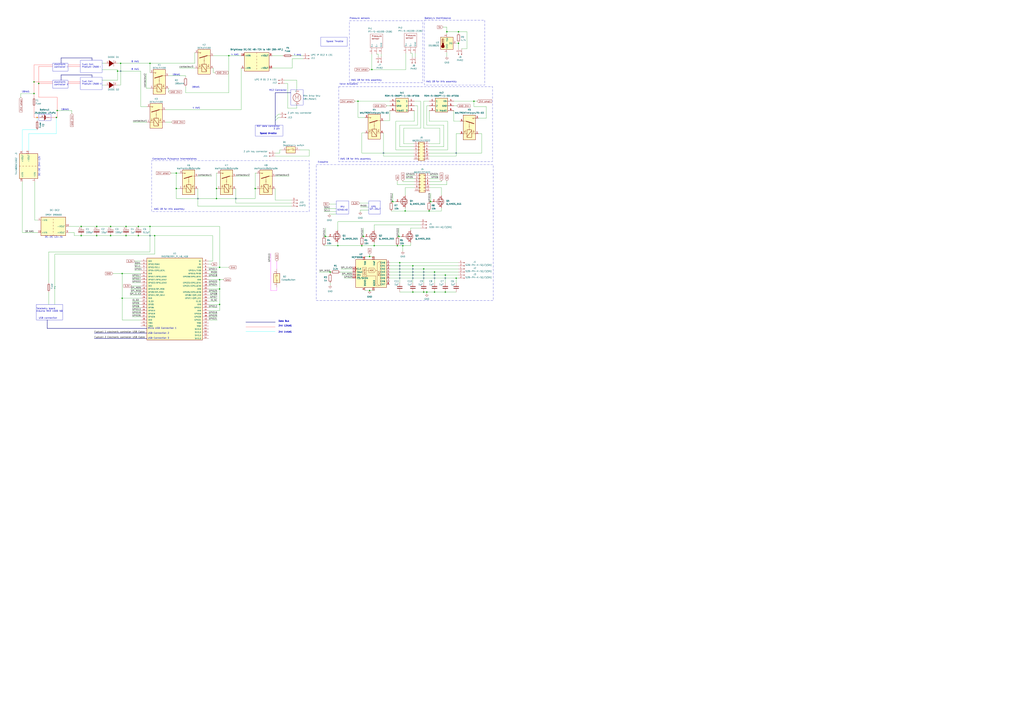
<source format=kicad_sch>
(kicad_sch (version 20230121) (generator eeschema)
  (paper "A1")
  (junction (at 90.805 186.055))
  (junction (at 322.58 165.735))
  (junction (at 46.355 96.52))
  (junction (at 376.555 35.56))
  (junction (at 144.78 142.24))
  (junction (at 339.09 240.03))
  (junction (at 376.555 26.035))
  (junction (at 103.505 186.055))
  (junction (at 27.94 76.835))
  (junction (at 347.98 240.03))
  (junction (at 123.19 186.055))
  (junction (at 305.435 57.15))
  (junction (at 389.255 83.185))
  (junction (at 374.65 228.6))
  (junction (at 352.425 173.355))
  (junction (at 177.8 163.195))
  (junction (at 90.805 193.675))
  (junction (at 79.375 193.675))
  (junction (at 298.45 194.31))
  (junction (at 365.76 226.06))
  (junction (at 339.09 218.44))
  (junction (at 113.665 193.675))
  (junction (at 347.98 220.98))
  (junction (at 180.34 250.19))
  (junction (at 367.03 26.035))
  (junction (at 180.34 219.71))
  (junction (at 31.75 68.58))
  (junction (at 267.335 194.31))
  (junction (at 99.06 52.07))
  (junction (at 330.835 201.93))
  (junction (at 326.39 201.93))
  (junction (at 144.78 154.94))
  (junction (at 187.96 45.72))
  (junction (at 123.19 52.07))
  (junction (at 332.74 173.355))
  (junction (at 180.34 229.87))
  (junction (at 66.675 186.055))
  (junction (at 350.52 240.03))
  (junction (at 307.34 201.93))
  (junction (at 294.005 83.185))
  (junction (at 66.675 193.675))
  (junction (at 30.48 96.52) (color 221 133 0 1))
  (junction (at 303.53 210.82))
  (junction (at 177.8 154.94))
  (junction (at 113.665 186.055))
  (junction (at 209.55 154.94))
  (junction (at 79.375 186.055))
  (junction (at 100.33 245.11))
  (junction (at 96.52 58.42))
  (junction (at 303.53 238.76))
  (junction (at 356.87 240.03))
  (junction (at 271.145 223.52))
  (junction (at 127 193.675))
  (junction (at 277.495 201.93))
  (junction (at 353.695 165.735))
  (junction (at 46.99 90.805))
  (junction (at 27.94 67.31))
  (junction (at 365.76 240.03))
  (junction (at 327.66 194.31))
  (junction (at 100.33 224.79))
  (junction (at 103.505 193.675))
  (junction (at 356.87 223.52))
  (junction (at 297.18 201.93))
  (junction (at 180.34 237.49))
  (junction (at 328.295 215.9))
  (no_connect (at 347.98 223.52))
  (no_connect (at 123.19 193.675))
  (no_connect (at 314.96 125.73))
  (no_connect (at 365.76 228.6))
  (no_connect (at 339.09 228.6))
  (no_connect (at 374.65 125.73))
  (no_connect (at 328.295 228.6))
  (no_connect (at 356.87 226.06))
  (no_connect (at 347.98 226.06))
  (no_connect (at 347.98 228.6))
  (no_connect (at 328.295 226.06))
  (no_connect (at 99.06 58.42))
  (no_connect (at 162.56 163.195))
  (no_connect (at 356.87 228.6))
  (no_connect (at 193.675 163.195))
  (no_connect (at 339.09 226.06))
  (no_connect (at 328.295 220.98))
  (no_connect (at 339.09 220.98))
  (no_connect (at 339.09 223.52))
  (no_connect (at 328.295 218.44))
  (no_connect (at 328.295 223.52))
  (bus_entry (at 228.6 93.98) (size -2.54 2.54))
  (bus_entry (at 228.6 96.52) (size -2.54 2.54))
  (wire (pts (xy 277.495 199.39) (xy 277.495 201.93)))
  (wire (pts (xy 362.585 154.305) (xy 362.585 160.655)))
  (wire (pts (xy 152.4 62.23) (xy 152.4 63.5)))
  (wire (pts (xy 340.36 86.995) (xy 342.9 86.995)))
  (wire (pts (xy 110.49 222.25) (xy 115.57 222.25)))
  (wire (pts (xy 374.65 240.03) (xy 365.76 240.03)))
  (bus (pts (xy 77.47 273.685) (xy 120.65 273.685)))
  (wire (pts (xy 162.56 144.78) (xy 173.99 144.78)))
  (wire (pts (xy 178.435 222.25) (xy 171.45 222.25)))
  (wire (pts (xy 294.005 83.185) (xy 320.04 83.185)))
  (polyline (pts (xy 29.845 250.19) (xy 29.845 262.89)))
  (wire (pts (xy 353.06 149.225) (xy 362.585 149.225)))
  (wire (pts (xy 83.82 52.07) (xy 86.36 52.07)))
  (wire (pts (xy 178.435 262.89) (xy 171.45 262.89)))
  (wire (pts (xy 120.65 100.33) (xy 109.22 100.33)))
  (wire (pts (xy 107.315 237.49) (xy 115.57 237.49)))
  (wire (pts (xy 330.835 201.93) (xy 337.185 201.93)))
  (wire (pts (xy 280.67 226.06) (xy 289.56 226.06)))
  (wire (pts (xy 254 128.27) (xy 254 123.19)))
  (wire (pts (xy 180.34 250.19) (xy 180.34 255.27)))
  (wire (pts (xy 79.375 186.055) (xy 90.805 186.055)))
  (wire (pts (xy 223.52 45.72) (xy 232.41 45.72)))
  (wire (pts (xy 337.185 201.93) (xy 337.185 199.39)))
  (wire (pts (xy 367.665 99.695) (xy 367.665 123.19)))
  (wire (pts (xy 187.96 45.72) (xy 187.96 76.2)))
  (wire (pts (xy 178.435 242.57) (xy 171.45 242.57)))
  (wire (pts (xy 364.49 120.65) (xy 352.425 120.65)))
  (wire (pts (xy 352.425 86.995) (xy 350.52 86.995)))
  (wire (pts (xy 113.665 193.675) (xy 127 193.675)))
  (wire (pts (xy 178.435 245.11) (xy 171.45 245.11)))
  (wire (pts (xy 226.06 164.465) (xy 226.06 154.94)))
  (wire (pts (xy 298.45 187.325) (xy 298.45 194.31)))
  (wire (pts (xy 347.98 105.41) (xy 361.315 105.41)))
  (wire (pts (xy 331.47 105.41) (xy 331.47 118.11)))
  (wire (pts (xy 340.36 151.765) (xy 326.39 151.765)))
  (wire (pts (xy 55.88 54.61) (xy 66.04 54.61)) (stroke (width 0) (color 255 0 0 1)))
  (wire (pts (xy 305.435 57.15) (xy 333.375 57.15)))
  (wire (pts (xy 340.36 149.225) (xy 330.835 149.225)))
  (wire (pts (xy 239.395 167.005) (xy 193.675 167.005)))
  (wire (pts (xy 23.495 109.855) (xy 23.495 123.825)) (stroke (width 0) (color 0 255 255 1)))
  (wire (pts (xy 100.33 245.11) (xy 115.57 245.11)))
  (wire (pts (xy 330.835 206.375) (xy 330.835 201.93)))
  (wire (pts (xy 115.57 87.63) (xy 120.65 87.63)))
  (wire (pts (xy 30.48 96.52) (xy 30.48 99.06)) (stroke (width 0) (color 0 255 255 1)))
  (wire (pts (xy 138.43 72.39) (xy 138.43 75.565)))
  (wire (pts (xy 340.36 99.695) (xy 325.12 99.695)))
  (wire (pts (xy 27.94 53.34) (xy 43.18 53.34)) (stroke (width 0) (color 255 0 0 1)))
  (wire (pts (xy 277.495 201.93) (xy 297.18 201.93)))
  (wire (pts (xy 171.45 255.27) (xy 180.34 255.27)))
  (wire (pts (xy 339.09 218.44) (xy 320.04 218.44)))
  (wire (pts (xy 340.36 83.185) (xy 345.44 83.185)))
  (wire (pts (xy 27.94 96.52) (xy 30.48 96.52)) (stroke (width 0) (color 255 0 0 1)))
  (wire (pts (xy 103.505 186.055) (xy 113.665 186.055)))
  (wire (pts (xy 99.06 52.07) (xy 99.06 69.85)) (stroke (width 0) (color 0 132 0 1)))
  (wire (pts (xy 144.78 154.94) (xy 147.32 154.94)))
  (wire (pts (xy 108.585 227.33) (xy 115.57 227.33)))
  (wire (pts (xy 222.25 238.76) (xy 227.33 238.76)) (stroke (width 0) (color 255 0 255 1)))
  (wire (pts (xy 233.68 66.04) (xy 243.84 66.04)))
  (wire (pts (xy 110.49 214.63) (xy 115.57 214.63)))
  (wire (pts (xy 60.96 193.675) (xy 66.675 193.675)))
  (wire (pts (xy 108.585 252.73) (xy 115.57 252.73)))
  (wire (pts (xy 298.45 194.31) (xy 299.72 194.31)))
  (wire (pts (xy 376.555 228.6) (xy 374.65 228.6)))
  (wire (pts (xy 171.45 219.71) (xy 180.34 219.71)))
  (wire (pts (xy 325.12 123.19) (xy 339.725 123.19)))
  (wire (pts (xy 314.96 128.27) (xy 339.725 128.27)))
  (wire (pts (xy 277.495 182.245) (xy 345.44 182.245)))
  (wire (pts (xy 90.805 193.675) (xy 103.505 193.675)))
  (wire (pts (xy 372.745 99.695) (xy 372.745 90.805)))
  (wire (pts (xy 108.585 247.65) (xy 115.57 247.65)))
  (wire (pts (xy 267.335 194.31) (xy 269.875 194.31)))
  (wire (pts (xy 240.03 55.88) (xy 240.03 48.26)))
  (wire (pts (xy 144.78 142.24) (xy 144.78 154.94)))
  (wire (pts (xy 46.99 90.805) (xy 46.99 96.52)) (stroke (width 0) (color 255 0 0 1)))
  (wire (pts (xy 339.09 218.44) (xy 339.09 232.41)))
  (wire (pts (xy 144.78 154.94) (xy 144.78 163.195)))
  (wire (pts (xy 374.65 109.855) (xy 374.65 128.27)))
  (wire (pts (xy 79.375 193.675) (xy 90.805 193.675)))
  (wire (pts (xy 40.005 240.03) (xy 40.005 250.19)))
  (wire (pts (xy 17.145 76.835) (xy 27.94 76.835)))
  (wire (pts (xy 178.435 232.41) (xy 171.45 232.41)))
  (wire (pts (xy 352.425 173.355) (xy 362.585 173.355)))
  (wire (pts (xy 353.695 165.735) (xy 354.965 165.735)))
  (wire (pts (xy 352.425 83.185) (xy 347.98 83.185)))
  (wire (pts (xy 31.75 68.58) (xy 43.18 68.58)) (stroke (width 0) (color 255 0 0 1)))
  (wire (pts (xy 322.58 158.75) (xy 322.58 165.735)))
  (bus (pts (xy 120.65 278.13) (xy 77.47 278.13)))
  (wire (pts (xy 180.34 229.87) (xy 180.34 237.49)))
  (wire (pts (xy 123.19 186.055) (xy 123.19 207.01)))
  (wire (pts (xy 108.585 229.87) (xy 115.57 229.87)))
  (wire (pts (xy 178.435 247.65) (xy 171.45 247.65)))
  (wire (pts (xy 307.34 184.785) (xy 345.44 184.785)))
  (wire (pts (xy 372.745 83.185) (xy 389.255 83.185)))
  (wire (pts (xy 333.375 57.15) (xy 333.375 43.815)))
  (wire (pts (xy 110.49 219.71) (xy 115.57 219.71)))
  (wire (pts (xy 174.625 214.63) (xy 171.45 214.63)))
  (wire (pts (xy 340.36 90.805) (xy 340.36 99.695)))
  (wire (pts (xy 108.585 260.35) (xy 115.57 260.35)))
  (wire (pts (xy 178.435 227.33) (xy 171.45 227.33)))
  (wire (pts (xy 297.18 201.93) (xy 307.34 201.93)))
  (wire (pts (xy 389.255 83.185) (xy 391.795 83.185)))
  (wire (pts (xy 332.74 173.355) (xy 352.425 173.355)))
  (wire (pts (xy 297.18 194.31) (xy 298.45 194.31)))
  (wire (pts (xy 295.91 170.18) (xy 302.895 170.18)))
  (wire (pts (xy 180.34 237.49) (xy 180.34 250.19)))
  (wire (pts (xy 66.675 193.675) (xy 79.375 193.675)))
  (wire (pts (xy 360.045 146.685) (xy 353.06 146.685)))
  (wire (pts (xy 295.275 167.005) (xy 302.895 167.005)))
  (wire (pts (xy 320.04 215.9) (xy 328.295 215.9)))
  (wire (pts (xy 356.87 223.52) (xy 356.87 232.41)))
  (wire (pts (xy 326.39 201.93) (xy 330.835 201.93)))
  (wire (pts (xy 347.98 220.98) (xy 347.98 232.41)))
  (wire (pts (xy 271.145 223.52) (xy 271.145 224.79)))
  (wire (pts (xy 31.115 180.975) (xy 28.575 180.975)))
  (wire (pts (xy 254 123.19) (xy 246.38 123.19)))
  (wire (pts (xy 356.87 240.03) (xy 350.52 240.03)))
  (wire (pts (xy 100.33 245.11) (xy 100.33 262.89)))
  (wire (pts (xy 337.185 187.325) (xy 345.44 187.325)))
  (polyline (pts (xy 51.435 250.19) (xy 51.435 262.89)))
  (wire (pts (xy 96.52 66.04) (xy 96.52 58.42)))
  (wire (pts (xy 294.005 83.185) (xy 291.465 83.185)))
  (wire (pts (xy 307.34 201.93) (xy 326.39 201.93)))
  (wire (pts (xy 389.255 87.63) (xy 389.255 83.185)))
  (wire (pts (xy 310.515 44.45) (xy 310.515 46.355)))
  (wire (pts (xy 364.49 102.87) (xy 364.49 120.65)))
  (wire (pts (xy 399.415 97.155) (xy 399.415 87.63)))
  (wire (pts (xy 266.065 171.45) (xy 276.225 171.45)))
  (wire (pts (xy 177.8 154.94) (xy 178.435 154.94)))
  (wire (pts (xy 266.065 173.99) (xy 276.225 173.99)))
  (wire (pts (xy 209.55 154.94) (xy 210.82 154.94)))
  (wire (pts (xy 350.52 86.995) (xy 350.52 102.87)))
  (wire (pts (xy 374.65 128.27) (xy 352.425 128.27)))
  (wire (pts (xy 338.455 46.99) (xy 338.455 43.815)))
  (wire (pts (xy 362.585 148.59) (xy 362.585 149.225)))
  (wire (pts (xy 138.43 62.23) (xy 152.4 62.23)))
  (wire (pts (xy 314.96 109.22) (xy 314.96 128.27)))
  (wire (pts (xy 222.25 208.28) (xy 222.25 238.76)) (stroke (width 0) (color 255 0 255 1)))
  (wire (pts (xy 18.415 106.68) (xy 18.415 123.825)) (stroke (width 0) (color 0 255 255 1)))
  (wire (pts (xy 277.495 189.23) (xy 277.495 182.245)))
  (wire (pts (xy 313.055 44.45) (xy 313.055 46.355)))
  (wire (pts (xy 331.47 118.11) (xy 339.725 118.11)))
  (wire (pts (xy 135.89 90.17) (xy 198.12 90.17)))
  (wire (pts (xy 367.665 123.19) (xy 352.425 123.19)))
  (wire (pts (xy 367.03 22.225) (xy 367.03 26.035)))
  (wire (pts (xy 353.06 144.145) (xy 360.045 144.145)))
  (wire (pts (xy 27.94 87.63) (xy 27.94 96.52)) (stroke (width 0) (color 255 0 0 1)))
  (wire (pts (xy 28.575 149.225) (xy 28.575 180.975)))
  (wire (pts (xy 178.435 257.81) (xy 171.45 257.81)))
  (wire (pts (xy 305.435 44.45) (xy 305.435 57.15)))
  (wire (pts (xy 18.415 149.225) (xy 18.415 191.135)))
  (wire (pts (xy 377.825 99.695) (xy 372.745 99.695)))
  (wire (pts (xy 289.56 220.98) (xy 280.035 220.98)))
  (wire (pts (xy 361.315 105.41) (xy 361.315 118.11)))
  (wire (pts (xy 376.555 34.925) (xy 376.555 35.56)))
  (wire (pts (xy 376.555 223.52) (xy 356.87 223.52)))
  (wire (pts (xy 393.065 97.155) (xy 399.415 97.155)))
  (wire (pts (xy 345.44 83.185) (xy 345.44 105.41)))
  (bus (pts (xy 50.165 61.595) (xy 50.165 66.04)))
  (bus (pts (xy 226.06 99.06) (xy 226.06 102.87)))
  (wire (pts (xy 239.395 169.545) (xy 162.56 169.545)))
  (wire (pts (xy 333.375 144.145) (xy 340.36 144.145)))
  (wire (pts (xy 193.675 167.005) (xy 193.675 154.94)))
  (wire (pts (xy 270.51 167.64) (xy 276.225 167.64)))
  (wire (pts (xy 83.82 57.15) (xy 96.52 57.15)))
  (wire (pts (xy 289.56 223.52) (xy 279.4 223.52)))
  (wire (pts (xy 320.04 99.06) (xy 320.04 90.805)))
  (wire (pts (xy 367.03 26.035) (xy 376.555 26.035)))
  (wire (pts (xy 383.54 26.035) (xy 376.555 26.035)))
  (wire (pts (xy 236.22 88.9) (xy 243.84 88.9)))
  (wire (pts (xy 376.555 220.98) (xy 347.98 220.98)))
  (wire (pts (xy 356.87 223.52) (xy 320.04 223.52)))
  (wire (pts (xy 376.555 226.06) (xy 365.76 226.06)))
  (wire (pts (xy 375.285 86.995) (xy 372.745 86.995)))
  (wire (pts (xy 55.88 68.58) (xy 66.04 68.58)) (stroke (width 0) (color 255 0 0 1)))
  (wire (pts (xy 173.355 217.17) (xy 171.45 217.17)))
  (wire (pts (xy 328.295 215.9) (xy 328.295 232.41)))
  (polyline (pts (xy 51.435 262.89) (xy 29.845 262.89)))
  (bus (pts (xy 75.565 47.625) (xy 75.565 49.53)))
  (wire (pts (xy 347.98 220.98) (xy 320.04 220.98)))
  (wire (pts (xy 367.03 26.035) (xy 367.03 27.94)))
  (wire (pts (xy 327.66 194.31) (xy 329.565 194.31)))
  (wire (pts (xy 108.585 257.81) (xy 115.57 257.81)))
  (wire (pts (xy 347.98 240.03) (xy 339.09 240.03)))
  (wire (pts (xy 40.64 96.52) (xy 46.355 96.52)) (stroke (width 0) (color 255 0 0 1)))
  (wire (pts (xy 239.395 164.465) (xy 226.06 164.465)))
  (wire (pts (xy 123.19 207.01) (xy 40.005 207.01)))
  (wire (pts (xy 350.52 102.87) (xy 364.49 102.87)))
  (wire (pts (xy 229.87 123.19) (xy 229.87 125.73)))
  (wire (pts (xy 297.18 125.73) (xy 297.18 109.22)))
  (wire (pts (xy 187.96 45.72) (xy 198.12 45.72)))
  (wire (pts (xy 46.355 96.52) (xy 46.355 109.855)) (stroke (width 0) (color 0 255 255 1)))
  (wire (pts (xy 45.085 208.915) (xy 45.085 250.19)))
  (wire (pts (xy 326.39 148.59) (xy 326.39 151.765)))
  (wire (pts (xy 243.84 66.04) (xy 243.84 73.66)))
  (wire (pts (xy 113.665 186.055) (xy 123.19 186.055)))
  (wire (pts (xy 193.675 144.78) (xy 205.105 144.78)))
  (bus (pts (xy 75.565 61.595) (xy 50.165 61.595)))
  (wire (pts (xy 103.505 193.675) (xy 113.665 193.675)))
  (wire (pts (xy 352.425 125.73) (xy 395.605 125.73)))
  (wire (pts (xy 177.8 163.195) (xy 177.8 154.94)))
  (wire (pts (xy 96.52 58.42) (xy 96.52 57.15)))
  (wire (pts (xy 322.58 165.735) (xy 325.12 165.735)))
  (wire (pts (xy 317.5 86.995) (xy 320.04 86.995)))
  (wire (pts (xy 383.54 40.005) (xy 383.54 26.035)))
  (wire (pts (xy 395.605 125.73) (xy 395.605 109.855)))
  (wire (pts (xy 209.55 163.195) (xy 209.55 154.94)))
  (wire (pts (xy 175.26 59.69) (xy 176.53 59.69)))
  (wire (pts (xy 307.34 199.39) (xy 307.34 201.93)))
  (wire (pts (xy 282.575 228.6) (xy 289.56 228.6)))
  (wire (pts (xy 395.605 109.855) (xy 393.065 109.855)))
  (wire (pts (xy 180.34 229.87) (xy 171.45 229.87)))
  (wire (pts (xy 209.55 142.24) (xy 210.82 142.24)))
  (wire (pts (xy 55.88 67.31) (xy 66.04 67.31)) (stroke (width 0) (color 255 0 0 1)))
  (wire (pts (xy 328.295 120.65) (xy 339.725 120.65)))
  (wire (pts (xy 100.33 224.79) (xy 100.33 245.11)))
  (wire (pts (xy 353.06 154.305) (xy 362.585 154.305)))
  (wire (pts (xy 340.995 43.815) (xy 340.995 46.99)))
  (wire (pts (xy 352.425 90.805) (xy 352.425 99.695)))
  (wire (pts (xy 328.295 215.9) (xy 376.555 215.9)))
  (wire (pts (xy 27.94 67.31) (xy 43.18 67.31)) (stroke (width 0) (color 255 0 0 1)))
  (wire (pts (xy 127 193.675) (xy 174.625 193.675)))
  (wire (pts (xy 59.055 90.805) (xy 59.055 93.345)))
  (wire (pts (xy 248.92 45.72) (xy 240.03 45.72)))
  (wire (pts (xy 140.335 142.24) (xy 144.78 142.24)))
  (wire (pts (xy 376.555 26.035) (xy 376.555 27.305)))
  (wire (pts (xy 31.75 68.58) (xy 31.75 80.01)) (stroke (width 0) (color 255 0 0 1)))
  (bus (pts (xy 226.06 76.2) (xy 226.06 96.52)))
  (wire (pts (xy 271.145 223.52) (xy 262.255 223.52)))
  (wire (pts (xy 307.34 238.76) (xy 303.53 238.76)))
  (wire (pts (xy 266.065 201.93) (xy 277.495 201.93)))
  (wire (pts (xy 96.52 58.42) (xy 115.57 58.42)))
  (wire (pts (xy 152.4 76.2) (xy 187.96 76.2)))
  (wire (pts (xy 160.02 43.18) (xy 160.02 52.07)))
  (bus (pts (xy 75.565 47.625) (xy 50.165 47.625)))
  (wire (pts (xy 31.115 191.135) (xy 18.415 191.135)))
  (wire (pts (xy 127 193.675) (xy 127 208.915)))
  (wire (pts (xy 100.33 262.89) (xy 115.57 262.89)))
  (bus (pts (xy 120.65 269.875) (xy 38.735 269.875)))
  (wire (pts (xy 108.585 255.27) (xy 115.57 255.27)))
  (wire (pts (xy 56.515 186.055) (xy 66.675 186.055)))
  (wire (pts (xy 108.585 232.41) (xy 115.57 232.41)))
  (wire (pts (xy 228.6 96.52) (xy 229.87 96.52)))
  (wire (pts (xy 178.435 240.03) (xy 171.45 240.03)))
  (wire (pts (xy 376.555 35.56) (xy 376.555 40.005)))
  (wire (pts (xy 178.435 260.35) (xy 171.45 260.35)))
  (wire (pts (xy 180.34 186.055) (xy 123.19 186.055)))
  (wire (pts (xy 90.805 186.055) (xy 103.505 186.055)))
  (wire (pts (xy 40.005 207.01) (xy 40.005 232.41)))
  (wire (pts (xy 231.14 123.19) (xy 229.87 123.19)))
  (wire (pts (xy 294.005 83.185) (xy 294.005 96.52)))
  (polyline (pts (xy 29.845 250.19) (xy 51.435 250.19)))
  (wire (pts (xy 46.355 96.52) (xy 46.99 96.52)) (stroke (width 0) (color 255 0 0 1)))
  (wire (pts (xy 120.015 72.39) (xy 123.19 72.39)))
  (wire (pts (xy 353.06 151.765) (xy 367.03 151.765)))
  (wire (pts (xy 100.33 224.79) (xy 115.57 224.79)))
  (wire (pts (xy 365.76 226.06) (xy 365.76 232.41)))
  (wire (pts (xy 92.71 224.79) (xy 100.33 224.79)))
  (wire (pts (xy 229.87 125.73) (xy 226.06 125.73)))
  (wire (pts (xy 27.94 53.34) (xy 27.94 67.31)) (stroke (width 0) (color 255 0 0 1)))
  (wire (pts (xy 227.33 214.63) (xy 227.33 220.98)) (stroke (width 0) (color 255 0 255 1)))
  (wire (pts (xy 325.12 99.695) (xy 325.12 123.19)))
  (wire (pts (xy 337.185 189.23) (xy 337.185 187.325)))
  (bus (pts (xy 226.06 76.2) (xy 238.76 76.2)))
  (wire (pts (xy 180.34 237.49) (xy 171.45 237.49)))
  (wire (pts (xy 160.02 52.07) (xy 129.54 52.07)))
  (wire (pts (xy 175.26 55.88) (xy 175.26 59.69)))
  (wire (pts (xy 46.99 80.01) (xy 46.99 90.805)) (stroke (width 0) (color 255 0 0 1)))
  (wire (pts (xy 243.84 88.9) (xy 243.84 86.36)))
  (wire (pts (xy 180.34 186.055) (xy 180.34 219.71)))
  (wire (pts (xy 226.06 128.27) (xy 254 128.27)))
  (wire (pts (xy 233.68 68.58) (xy 236.22 68.58)))
  (wire (pts (xy 365.76 226.06) (xy 320.04 226.06)))
  (wire (pts (xy 367.03 46.355) (xy 367.03 43.18)))
  (wire (pts (xy 352.425 165.735) (xy 353.695 165.735)))
  (wire (pts (xy 177.8 142.24) (xy 178.435 142.24)))
  (bus (pts (xy 201.93 264.795) (xy 226.06 264.795)))
  (wire (pts (xy 314.96 99.06) (xy 320.04 99.06)))
  (wire (pts (xy 115.57 58.42) (xy 115.57 87.63)))
  (wire (pts (xy 123.19 52.07) (xy 123.19 59.69)) (stroke (width 0) (color 0 132 0 1)))
  (wire (pts (xy 83.82 66.04) (xy 96.52 66.04)))
  (wire (pts (xy 266.065 194.31) (xy 267.335 194.31)))
  (wire (pts (xy 60.96 193.675) (xy 60.96 191.135)))
  (wire (pts (xy 108.585 250.19) (xy 115.57 250.19)))
  (wire (pts (xy 96.52 52.07) (xy 99.06 52.07)) (stroke (width 0) (color 0 132 0 1)))
  (wire (pts (xy 17.145 76.835) (xy 17.145 80.01)))
  (wire (pts (xy 350.52 240.03) (xy 350.52 241.3)))
  (wire (pts (xy 110.49 217.17) (xy 115.57 217.17)))
  (wire (pts (xy 342.9 86.995) (xy 342.9 102.87)))
  (wire (pts (xy 178.435 252.73) (xy 171.45 252.73)))
  (bus (pts (xy 75.565 61.595) (xy 75.565 63.5)))
  (wire (pts (xy 140.97 100.33) (xy 135.89 100.33)))
  (wire (pts (xy 327.66 187.325) (xy 327.66 194.31)))
  (wire (pts (xy 174.625 193.675) (xy 174.625 214.63)))
  (wire (pts (xy 147.32 55.88) (xy 160.02 55.88)))
  (wire (pts (xy 321.31 165.735) (xy 322.58 165.735)))
  (wire (pts (xy 107.95 234.95) (xy 115.57 234.95)))
  (wire (pts (xy 229.87 93.98) (xy 228.6 93.98)))
  (wire (pts (xy 175.26 45.72) (xy 187.96 45.72)))
  (wire (pts (xy 270.51 175.895) (xy 276.225 175.895)))
  (wire (pts (xy 271.145 232.41) (xy 271.145 234.315)))
  (wire (pts (xy 399.415 87.63) (xy 389.255 87.63)))
  (wire (pts (xy 177.8 163.195) (xy 209.55 163.195)))
  (wire (pts (xy 201.93 268.605) (xy 226.06 268.605)) (stroke (width 0) (color 255 0 0 1)))
  (wire (pts (xy 345.44 105.41) (xy 331.47 105.41)))
  (wire (pts (xy 106.68 242.57) (xy 115.57 242.57)))
  (wire (pts (xy 342.9 102.87) (xy 328.295 102.87)))
  (wire (pts (xy 177.8 154.94) (xy 177.8 142.24)))
  (wire (pts (xy 374.65 109.855) (xy 377.825 109.855)))
  (wire (pts (xy 361.315 118.11) (xy 352.425 118.11)))
  (wire (pts (xy 147.32 142.24) (xy 144.78 142.24)))
  (wire (pts (xy 31.75 80.01) (xy 46.99 80.01)) (stroke (width 0) (color 255 0 0 1)))
  (wire (pts (xy 350.52 240.03) (xy 347.98 240.03)))
  (wire (pts (xy 46.99 90.805) (xy 59.055 90.805)))
  (wire (pts (xy 362.585 170.815) (xy 362.585 173.355)))
  (bus (pts (xy 38.735 262.89) (xy 38.735 269.875)))
  (wire (pts (xy 96.52 69.85) (xy 99.06 69.85)) (stroke (width 0) (color 0 132 0 1)))
  (wire (pts (xy 83.82 69.85) (xy 86.36 69.85)))
  (wire (pts (xy 226.06 144.78) (xy 237.49 144.78)))
  (wire (pts (xy 127 208.915) (xy 45.085 208.915)))
  (wire (pts (xy 379.095 40.005) (xy 383.54 40.005)))
  (wire (pts (xy 330.835 148.59) (xy 330.835 149.225)))
  (wire (pts (xy 294.005 96.52) (xy 299.72 96.52)))
  (wire (pts (xy 180.34 250.19) (xy 171.45 250.19)))
  (wire (pts (xy 201.93 272.415) (xy 226.06 272.415)) (stroke (width 0) (color 0 255 255 1)))
  (wire (pts (xy 178.435 224.79) (xy 171.45 224.79)))
  (wire (pts (xy 374.65 35.56) (xy 376.555 35.56)))
  (wire (pts (xy 352.425 99.695) (xy 367.665 99.695)))
  (wire (pts (xy 120.015 72.39) (xy 120.015 60.325)))
  (wire (pts (xy 333.375 146.685) (xy 340.36 146.685)))
  (wire (pts (xy 236.22 68.58) (xy 236.22 88.9)))
  (wire (pts (xy 321.31 173.355) (xy 332.74 173.355)))
  (wire (pts (xy 328.295 102.87) (xy 328.295 120.65)))
  (wire (pts (xy 374.65 228.6) (xy 374.65 232.41)))
  (wire (pts (xy 363.855 22.225) (xy 367.03 22.225)))
  (wire (pts (xy 209.55 154.94) (xy 209.55 142.24)))
  (wire (pts (xy 337.185 43.815) (xy 338.455 43.815)))
  (wire (pts (xy 152.4 71.12) (xy 152.4 76.2)))
  (wire (pts (xy 30.48 96.52) (xy 33.02 96.52)) (stroke (width 0) (color 255 0 0 1)))
  (wire (pts (xy 295.91 172.72) (xy 295.91 173.99)))
  (wire (pts (xy 302.895 172.72) (xy 295.91 172.72)))
  (wire (pts (xy 299.72 210.82) (xy 303.53 210.82)))
  (wire (pts (xy 227.33 236.22) (xy 227.33 238.76)) (stroke (width 0) (color 255 0 255 1)))
  (wire (pts (xy 332.74 160.655) (xy 332.74 154.305)))
  (wire (pts (xy 55.88 53.34) (xy 66.04 53.34)) (stroke (width 0) (color 255 0 0 1)))
  (wire (pts (xy 223.52 55.88) (xy 240.03 55.88)))
  (wire (pts (xy 23.495 109.855) (xy 46.355 109.855)) (stroke (width 0) (color 0 255 255 1)))
  (wire (pts (xy 99.06 52.07) (xy 123.19 52.07)) (stroke (width 0) (color 0 132 0 1)))
  (wire (pts (xy 297.18 109.22) (xy 299.72 109.22)))
  (wire (pts (xy 240.03 48.26) (xy 248.92 48.26)))
  (wire (pts (xy 56.515 191.135) (xy 60.96 191.135)))
  (wire (pts (xy 66.675 186.055) (xy 79.375 186.055)))
  (bus (pts (xy 226.06 96.52) (xy 226.06 99.06)))
  (wire (pts (xy 198.12 55.88) (xy 198.12 90.17)))
  (wire (pts (xy 162.56 169.545) (xy 162.56 154.94)))
  (wire (pts (xy 31.75 54.61) (xy 43.18 54.61)) (stroke (width 0) (color 255 0 0 1)))
  (wire (pts (xy 27.94 76.835) (xy 27.94 80.01)) (stroke (width 0) (color 255 0 0 1)))
  (wire (pts (xy 267.335 187.325) (xy 267.335 194.31)))
  (wire (pts (xy 347.98 83.185) (xy 347.98 105.41)))
  (wire (pts (xy 31.75 54.61) (xy 31.75 68.58)) (stroke (width 0) (color 255 0 0 1)))
  (wire (pts (xy 353.695 158.75) (xy 353.695 165.735)))
  (wire (pts (xy 107.315 240.03) (xy 115.57 240.03)))
  (wire (pts (xy 271.145 223.52) (xy 271.78 223.52)))
  (wire (pts (xy 326.39 194.31) (xy 327.66 194.31)))
  (wire (pts (xy 303.53 210.82) (xy 307.34 210.82)))
  (wire (pts (xy 144.78 163.195) (xy 177.8 163.195)))
  (wire (pts (xy 332.74 154.305) (xy 340.36 154.305)))
  (wire (pts (xy 27.94 67.31) (xy 27.94 76.835)) (stroke (width 0) (color 255 0 0 1)))
  (wire (pts (xy 178.435 234.95) (xy 171.45 234.95)))
  (wire (pts (xy 328.295 240.03) (xy 339.09 240.03)))
  (wire (pts (xy 307.34 189.23) (xy 307.34 184.785)))
  (wire (pts (xy 309.245 44.45) (xy 310.515 44.45)))
  (wire (pts (xy 367.03 148.59) (xy 367.03 151.765)))
  (wire (pts (xy 180.34 229.87) (xy 183.515 229.87)))
  (wire (pts (xy 187.96 219.71) (xy 180.34 219.71)))
  (wire (pts (xy 332.74 170.815) (xy 332.74 173.355)))
  (wire (pts (xy 376.555 218.44) (xy 339.09 218.44)))
  (wire (pts (xy 123.19 52.07) (xy 129.54 52.07)) (stroke (width 0) (color 0 132 0 1)))
  (wire (pts (xy 303.53 208.915) (xy 303.53 210.82)))
  (wire (pts (xy 365.76 240.03) (xy 356.87 240.03)))
  (wire (pts (xy 374.65 228.6) (xy 320.04 228.6)))
  (wire (pts (xy 303.53 57.15) (xy 305.435 57.15)))
  (bus (pts (xy 50.165 47.625) (xy 50.165 52.07)))
  (wire (pts (xy 303.53 238.76) (xy 299.72 238.76)))
  (wire (pts (xy 30.48 106.68) (xy 18.415 106.68)) (stroke (width 0) (color 0 255 255 1)))
  (wire (pts (xy 339.725 125.73) (xy 297.18 125.73)))
  (rectangle (start 287.02 17.145) (end 347.345 67.945) (stroke (width 0) (type dash_dot)))
  (rectangle (start 66.04 63.5) (end 83.82 73.66))
  (rectangle (start 209.55 102.87) (end 232.41 111.76))
  (rectangle (start 124.46 132.08) (end 254 173.99) (stroke (width 0) (type dash_dot)))
  (rectangle (start 276.225 165.1) (end 286.385 175.895))
  (rectangle (start 43.18 66.04) (end 55.88 72.39))
  (rectangle (start 348.615 16.51) (end 398.145 69.85) (stroke (width 0) (type dash_dot)))
  (rectangle (start 64.77 58.42) (end 64.77 58.42))
  (rectangle (start 31.75 93.98) (end 41.91 99.06))
  (rectangle (start 238.76 73.66) (end 248.92 86.36))
  (rectangle (start 43.18 52.07) (end 55.88 58.42))
  (rectangle (start 78.74 49.53) (end 78.74 49.53))
  (rectangle (start 259.715 135.255) (end 405.13 247.015) (stroke (width 0) (type dash_dot)))
  (rectangle (start 66.04 49.53) (end 83.82 59.69))
  (rectangle (start 263.525 30.48) (end 285.115 38.1))
  (rectangle (start 302.895 165.1) (end 312.42 175.895))
  (rectangle (start 278.13 71.12) (end 404.495 132.715) (stroke (width 0) (type dash_dot)))
  (text "18AWG" (at 17.78 76.2 0) (effects (font (size 1.27 1.27)) (justify left bottom)))
  (text "4 AWG" (at 189.865 45.72 0) (effects (font (size 1.27 1.27)) (justify left bottom)))
  (text "18AWG" (at 50.165 90.805 0) (effects (font (size 1.27 1.27)) (justify left bottom)))
  (text "Speed Throttle\n" (at 267.97 34.925 0) (effects (font (size 1.27 1.27)) (justify left bottom)))
  (text "Fuell Cell \nProtium-2500 I" (at 67.31 55.88 0) (effects (font (size 1.27 1.27)) (justify left bottom)))
  (text "electronic \ncontroller II\n\n" (at 44.45 72.39 0) (effects (font (size 1.27 1.27)) (justify left bottom)))
  (text "24V 12AWG\n" (at 228.6 268.605 0) (effects (font (size 1.27 1.27) bold) (justify left bottom)))
  (text "Micro USB Connection 1\n\nUSB Connection 2\n\nUSB Connection 3\n" (at 121.285 278.765 0) (effects (font (size 1.27 1.27)) (justify left bottom)))
  (text "Contacteurs Puissance intermédiaires\n" (at 125.095 131.445 0) (effects (font (size 1.27 1.27)) (justify left bottom)))
  (text "IMU\n" (at 279.4 170.815 0) (effects (font (size 1.27 1.27)) (justify left bottom)))
  (text "18AWG" (at 157.48 72.39 0) (effects (font (size 1.27 1.27)) (justify left bottom)))
  (text "AWG 18 for this assembly\n" (at 279.4 131.445 0) (effects (font (size 1.27 1.27)) (justify left bottom)))
  (text "Battery's thermistance\n" (at 348.615 15.875 0) (effects (font (size 1.27 1.27)) (justify left bottom)))
  (text "M12 Connector" (at 220.98 74.93 0) (effects (font (size 1.27 1.27)) (justify left bottom)))
  (text "4 awg\n" (at 241.3 45.72 0) (effects (font (size 1.27 1.27)) (justify left bottom)))
  (text "USB connection\n" (at 46.99 262.255 0) (effects (font (size 1.27 1.27)) (justify right bottom)))
  (text "24V 14AWG\n" (at 228.6 273.685 0) (effects (font (size 1.27 1.27) (thickness 0.254) bold) (justify left bottom)))
  (text "RDT data connector\n3 pin\n" (at 229.87 106.68 0) (effects (font (size 1.27 1.27)) (justify right bottom)))
  (text "electronic \ncontroller I\n" (at 44.45 55.88 0) (effects (font (size 1.27 1.27)) (justify left bottom)))
  (text "Telemetry board \nArduino MKR 1500 NB" (at 29.845 256.54 0) (effects (font (size 1.27 1.27)) (justify left bottom)))
  (text "8 AWG" (at 107.95 57.785 0) (effects (font (size 1.27 1.27)) (justify left bottom)))
  (text "SEN0140" (at 276.86 173.355 0) (effects (font (size 1.27 1.27)) (justify left bottom)))
  (text "GP-20u7" (at 303.53 172.72 0) (effects (font (size 1.27 1.27)) (justify left bottom)))
  (text "Valve Actuators" (at 278.765 69.85 0) (effects (font (size 1.27 1.27)) (justify left bottom)))
  (text "DC-DC 12v-5v\n" (at 36.83 195.58 0) (effects (font (size 1.27 1.27)) (justify left bottom)))
  (text "18AWG\n" (at 141.605 62.23 0) (effects (font (size 1.27 1.27)) (justify left bottom)))
  (text "AWG 18 for this assembly\n" (at 288.29 66.675 0) (effects (font (size 1.27 1.27)) (justify left bottom)))
  (text "Speed throttle" (at 213.36 110.49 0) (effects (font (size 1.27 1.27) (thickness 0.254) bold) (justify left bottom)))
  (text "Fuel Cell \nProtium-2500 II" (at 67.31 69.85 0) (effects (font (size 1.27 1.27)) (justify left bottom)))
  (text "Exospine\n" (at 260.985 133.985 0) (effects (font (size 1.27 1.27)) (justify left bottom)))
  (text "GPS\n" (at 304.8 170.815 0) (effects (font (size 1.27 1.27)) (justify left bottom)))
  (text "AWG 18 for this assembly\n" (at 126.365 172.72 0) (effects (font (size 1.27 1.27)) (justify left bottom)))
  (text "8 AWG" (at 107.95 51.435 0) (effects (font (size 1.27 1.27)) (justify left bottom)))
  (text "Data Bus" (at 228.6 264.795 0) (effects (font (size 1.27 1.27) (thickness 0.254) bold) (justify left bottom)))
  (text "DC-DC 24V-12V" (at 33.02 144.78 90) (effects (font (size 1.27 1.27)) (justify left bottom)))
  (text "Pressure sensors\n" (at 287.02 15.875 0) (effects (font (size 1.27 1.27)) (justify left bottom)))
  (text "AWG 18 for this assembly\n" (at 349.885 67.945 0) (effects (font (size 1.27 1.27)) (justify left bottom)))
  (text "4 AWG" (at 158.115 89.535 0) (effects (font (size 1.27 1.27)) (justify left bottom)))
  (label "SPI_CLICK" (at 106.68 242.57 0))
  (label "SPI_MISO" (at 262.255 223.52 0))
  (label "SDA1" (at 110.49 217.17 0))
  (label "GPIO23" (at 333.375 144.145 0))
  (label "GPIO6" (at 108.585 252.73 0))
  (label "SPI_MOSI" (at 107.315 237.49 0))
  (label "GPIO27" (at 298.45 187.325 270))
  (label "GPIO22" (at 327.66 187.325 270))
  (label "ID_SD" (at 108.585 247.65 0))
  (label "GPIO20" (at 178.435 260.35 180))
  (label "contacteur2" (at 120.015 60.325 270))
  (label "GPIO12" (at 178.435 252.73 180))
  (label "GPIO25" (at 282.575 228.6 0))
  (label "contacteur3" (at 147.32 55.88 0))
  (label "18 AWG" (at 20.32 191.135 0))
  (label "GPIO5" (at 333.375 146.685 0))
  (label "GPIO17" (at 108.585 227.33 0))
  (label "GPIO13" (at 222.25 208.28 270))
  (label "GPIO21" (at 178.435 262.89 180))
  (label "GPIO26" (at 108.585 260.35 0))
  (label "Fuelcell 1 electronic controller USB Cable" (at 77.47 273.685 0))
  (label "ID_SC" (at 178.435 247.65 180))
  (label "GPIO27" (at 108.585 229.87 0))
  (label "GPIO22" (at 108.585 232.41 0))
  (label "GPIO12" (at 322.58 158.75 270))
  (label "GPIO13" (at 108.585 255.27 0))
  (label "GPIO16" (at 178.435 257.81 180))
  (label "GPIO19" (at 108.585 257.81 0))
  (label "contacteur3" (at 237.49 144.78 180))
  (label "contacteur1" (at 109.22 100.33 0))
  (label "SPI_CLICK" (at 280.035 220.98 0))
  (label "GPIO19" (at 353.695 158.75 270))
  (label "GPIO24" (at 178.435 234.95 180))
  (label "GPIO5" (at 108.585 250.19 0))
  (label "GPIO7" (at 178.435 245.11 180))
  (label "GPIO24" (at 360.045 144.145 180))
  (label "contacteur2" (at 205.105 144.78 180))
  (label "contacteur1" (at 173.99 144.78 180))
  (label "SDA1" (at 266.065 171.45 0))
  (label "SCL1" (at 266.065 173.99 0))
  (label "SCL1" (at 110.49 219.71 0))
  (label "GPIO14" (at 178.435 222.25 180))
  (label "SPI_MISO" (at 107.315 240.03 0))
  (label "SPI_MOSI" (at 280.67 226.06 0))
  (label "GPIO6" (at 360.045 146.685 180))
  (label "GPIO23" (at 178.435 232.41 180))
  (label "GPIO8" (at 178.435 242.57 180))
  (label "RXDO" (at 178.435 224.79 180))
  (label "RXDO" (at 295.91 170.18 0))
  (label "GPIO25" (at 178.435 240.03 180))
  (label "GPIO17" (at 267.335 187.325 270))
  (label "GPIO18" (at 178.435 227.33 180))
  (label "GPIO4" (at 110.49 222.25 0))
  (label "Fuelcell 2 Electronic controller USB Cable" (at 77.47 278.13 0))
  (global_label "GND" (shape input) (at 92.71 224.79 180) (property "Intersheetrefs" "${INTERSHEET_REFS}" (effects hide)))
  (global_label "5V" (shape input) (at 270.51 167.64 180) (property "Intersheetrefs" "${INTERSHEET_REFS}" (effects hide)))
  (global_label "GND 24V" (shape input) (at 317.5 86.995 180) (property "Intersheetrefs" "${INTERSHEET_REFS}" (effects hide)))
  (global_label "3.3V" (shape input) (at 295.275 167.005 180) (property "Intersheetrefs" "${INTERSHEET_REFS}" (effects hide)))
  (global_label "3.3V" (shape input) (at 110.49 214.63 180) (property "Intersheetrefs" "${INTERSHEET_REFS}" (effects hide)))
  (global_label "24V small" (shape input) (at 291.465 83.185 180) (property "Intersheetrefs" "${INTERSHEET_REFS}" (effects hide)))
  (global_label "5V" (shape input) (at 363.855 22.225 180) (property "Intersheetrefs" "${INTERSHEET_REFS}" (effects hide)))
  (global_label "GND 24V" (shape input) (at 176.53 59.69 0) (property "Intersheetrefs" "${INTERSHEET_REFS}" (effects hide)))
  (global_label "GND 24V" (shape input) (at 59.055 93.345 270) (property "Intersheetrefs" "${INTERSHEET_REFS}" (effects hide)))
  (global_label "GND 24V" (shape input) (at 375.285 86.995 0) (property "Intersheetrefs" "${INTERSHEET_REFS}" (effects hide)))
  (global_label "3.3V" (shape input) (at 362.585 148.59 90) (property "Intersheetrefs" "${INTERSHEET_REFS}" (effects hide)))
  (global_label "3.3V" (shape input) (at 227.33 214.63 90) (property "Intersheetrefs" "${INTERSHEET_REFS}" (effects hide)))
  (global_label "5V" (shape input) (at 326.39 148.59 90) (property "Intersheetrefs" "${INTERSHEET_REFS}" (effects hide)))
  (global_label "GND 24V" (shape input) (at 138.43 75.565 0) (property "Intersheetrefs" "${INTERSHEET_REFS}" (effects hide)))
  (global_label "24V small" (shape input) (at 17.145 80.01 270) (property "Intersheetrefs" "${INTERSHEET_REFS}" (effects hide)))
  (global_label "24V small" (shape input) (at 140.335 142.24 180) (property "Intersheetrefs" "${INTERSHEET_REFS}" (effects hide)))
  (global_label "24V small" (shape input) (at 391.795 83.185 0) (property "Intersheetrefs" "${INTERSHEET_REFS}" (effects hide)))
  (global_label "Gnd" (shape input) (at 187.96 219.71 0) (property "Intersheetrefs" "${INTERSHEET_REFS}" (effects hide)))
  (global_label "24V small" (shape input) (at 303.53 57.15 180) (property "Intersheetrefs" "${INTERSHEET_REFS}" (effects hide)))
  (global_label "Gnd" (shape input) (at 183.515 229.87 0) (property "Intersheetrefs" "${INTERSHEET_REFS}" (effects hide)))
  (global_label "3.3V" (shape input) (at 330.835 148.59 90) (property "Intersheetrefs" "${INTERSHEET_REFS}" (effects hide)))
  (global_label "GND 24V" (shape input) (at 140.97 100.33 0) (property "Intersheetrefs" "${INTERSHEET_REFS}" (effects hide)))
  (global_label "5V" (shape input) (at 367.03 148.59 90) (property "Intersheetrefs" "${INTERSHEET_REFS}" (effects hide)))
  (global_label "3.3V" (shape input) (at 107.95 234.95 180) (property "Intersheetrefs" "${INTERSHEET_REFS}" (effects hide)))
  (global_label "5V" (shape input) (at 173.355 217.17 0) (property "Intersheetrefs" "${INTERSHEET_REFS}" (effects hide)))
  (global_label "5V" (shape input) (at 303.53 208.915 90) (property "Intersheetrefs" "${INTERSHEET_REFS}" (effects hide)))
  (symbol (lib_id "Connector:Conn_01x02_Pin") (at 338.455 52.07 90) (unit 1)
    (property "Reference" "J8" (at 339.725 53.975 90))
    (property "Value" "PHR2" (at 339.725 56.515 90))
  )
  (symbol (lib_id "Device:R") (at 376.555 31.115 0) (unit 1)
    (property "Reference" "R9" (at 378.46 30.48 0) (effects (justify left)))
    (property "Value" "4.7k" (at 378.46 33.02 0) (effects (justify left)))
  )
  (symbol (lib_id "Relay:ADW11") (at 130.81 67.31 90) (unit 1) (in_bom no) (on_board no)
    (property "Reference" "K1" (at 130.81 53.34 90))
    (property "Value" "DCNLEV100" (at 130.81 55.88 90))
    (property "Datasheet" "https://www.littelfuse.com/media?resourcetype=datasheets&itemid=b7703153-432b-49bb-a2b7-475a63f2a04c&filename=220224-dcnlev100" (effects hide))
    (property "Sim.Enable" "0" (effects hide))
  )
  (symbol (lib_id "Device:R") (at 326.39 198.12 0) (unit 1)
    (property "Reference" "R6" (at 328.295 197.485 0) (effects (justify left)))
    (property "Value" "10k" (at 328.295 200.025 0) (effects (justify left)))
  )
  (symbol (lib_name "Hanbay_Actuator_1") (lib_id "Captors:Hanbay_Actuator") (at 330.2 88.265 0) (unit 1)
    (property "Reference" "Ac1" (at 330.2 76.2 0))
    (property "Value" "RDM-S-060PT-1-SS-AFSS6" (at 330.2 78.74 0))
    (property "Datasheet" "http://www.hanbayinc.com/dataSheets/User_Manual_RDx-S-xxxPx-ver10.2_Ball_Valve_FailSafe.pdf" (effects hide))
  )
  (symbol (lib_id "power:GND") (at 303.53 238.76 0) (mirror y) (unit 1)
    (property "Reference" "#PWR03" (effects hide))
    (property "Value" "GND" (at 303.53 243.84 0))
  )
  (symbol (lib_id "Connector:Conn_01x02_Pin") (at 234.95 93.98 0) (mirror y) (unit 1)
    (property "Reference" "J13" (at 236.22 96.52 0) (effects (justify right)))
    (property "Value" "2 pin key connector" (at 236.22 92.71 0) (effects (justify right)))
    (property "Datasheet" "https://www.mouser.com/datasheet/2/18/1/UPC_Brochure-2066916.pdf" (effects hide))
  )
  (symbol (lib_id "Device:C_Polarized") (at 79.375 189.865 0) (unit 1)
    (property "Reference" "C2" (at 83.185 188.341 0) (effects (justify left)))
    (property "Value" "10µF" (at 83.185 190.881 0) (effects (justify left)))
  )
  (symbol (lib_id "pspice:DIODE") (at 91.44 69.85 0) (unit 1)
    (property "Reference" "D2" (at 96.52 73.66 0))
    (property "Value" "DIODE" (at 91.44 73.66 0))
    (instances (project "ExospineV2" (path "" (reference "D2") (unit 1))) (project "ElectricalLayoutExocet" (path "" (reference "D2") (unit 1))) (project "Exocet2022elec" (path "" (reference ".") (unit 1))))
  )
  (symbol (lib_id "Device:Battery_Cell") (at 38.1 96.52 90) (unit 1)
    (property "Reference" "Battery1" (at 40.64 90.17 90) (effects (justify left)))
    (property "Value" "25.6V20Ah LiFePo" (at 45.72 92.71 90) (effects (justify left)))
    (instances (project "ExospineV2" (path "" (reference "Battery1") (unit 1))) (project "ElectricalLayoutExocet" (path "" (reference "Battery1") (unit 1))) (project "Exocet2022elec" (path "" (reference "24V_20ah") (unit 1))))
  )
  (symbol (lib_id "Device:C") (at 339.09 236.22 0) (mirror y) (unit 1)
    (property "Reference" "C10" (at 334.645 231.14 0) (effects (justify right)))
    (property "Value" "1µF" (at 334.645 233.68 0) (effects (justify right)))
  )
  (symbol (lib_id "Device:Q_NMOS_DGS") (at 274.955 194.31 0) (unit 1)
    (property "Reference" "Q1" (at 281.305 193.675 0) (effects (justify left)))
    (property "Value" "Q_NMOS_DGS" (at 281.305 196.215 0) (effects (justify left)))
  )
  (symbol (lib_id "Device:C") (at 356.87 236.22 0) (mirror y) (unit 1)
    (property "Reference" "C8" (at 352.425 231.14 0) (effects (justify right)))
    (property "Value" "1µF" (at 352.425 233.68 0) (effects (justify right)))
  )
  (symbol (lib_id "Device:C_Polarized") (at 113.665 189.865 0) (unit 1)
    (property "Reference" "C5" (at 117.475 188.341 0) (effects (justify left)))
    (property "Value" "0.1µF" (at 117.475 190.881 0) (effects (justify left)))
  )
  (symbol (lib_id "Connector:Conn_01x02_Pin") (at 220.98 125.73 0) (unit 1)
    (property "Reference" "J14" (at 219.71 128.27 0) (effects (justify right)))
    (property "Value" "2 pin key connector" (at 219.71 124.46 0) (effects (justify right)))
    (property "Datasheet" "https://www.mouser.com/datasheet/2/18/1/UPC_Brochure-2066916.pdf" (effects hide))
  )
  (symbol (lib_id "Connector:Conn_01x02_Pin") (at 376.555 45.085 90) (unit 1)
    (property "Reference" "J9" (at 377.825 46.99 90))
    (property "Value" "PHR2" (at 377.825 49.53 90))
  )
  (symbol (lib_id "Device:C") (at 347.98 236.22 0) (mirror y) (unit 1)
    (property "Reference" "C9" (at 344.805 231.14 0) (effects (justify right)))
    (property "Value" "1µF" (at 343.535 233.68 0) (effects (justify right)))
  )
  (symbol (lib_id "Device:R") (at 266.065 198.12 0) (unit 1)
    (property "Reference" "R4" (at 268.605 197.485 0) (effects (justify left)))
    (property "Value" "10k" (at 268.605 200.025 0) (effects (justify left)))
  )
  (symbol (lib_id "Connector:Conn_01x02_Pin") (at 310.515 51.435 90) (unit 1)
    (property "Reference" "J7" (at 311.785 53.34 90))
    (property "Value" "PHR2" (at 311.785 55.88 90))
  )
  (symbol (lib_id "power:GND") (at 295.91 173.99 0) (unit 1)
    (property "Reference" "#PWR05" (effects hide))
    (property "Value" "GND" (at 295.91 179.07 0))
  )
  (symbol (lib_id "Relay:ADW11") (at 307.34 104.14 90) (unit 1)
    (property "Reference" "K4" (at 307.34 90.17 90))
    (property "Value" "WALFRONTnhizvyru70-03" (at 307.34 92.71 90))
    (property "Footprint" "Relay_THT:Relay_1P1T_NO_10x24x18.8mm_Panasonic_ADW11xxxxW_THT" (effects hide))
    (property "Datasheet" "https://www.panasonic-electric-works.com/pew/es/downloads/ds_dw_hl_en.pdf" (effects hide))
  )
  (symbol (lib_id "RASPBERRY_PI_4B_4GB:RASPBERRY_PI_4B_4GB") (at 143.51 245.11 0) (unit 1)
    (property "Reference" "U1" (at 143.51 208.28 0))
    (property "Value" "RASPBERRY_PI_4B_4GB" (at 143.51 210.82 0))
    (property "Footprint" "MODULE_RASPBERRY_PI_4B_4GB" (effects hide))
    (property "PARTREV" "4" (effects hide))
    (property "STANDARD" "Manufacturer Recommendations" (effects hide))
    (property "SNAPEDA_PN" "RASPBERRY PI 4B/4GB" (effects hide))
    (property "MAXIMUM_PACKAGE_HEIGHT" "16 mm" (effects hide))
    (property "MANUFACTURER" "Raspberry Pi" (effects hide))
  )
  (symbol (lib_id "pspice:DIODE") (at 91.44 52.07 0) (unit 1)
    (property "Reference" "D1" (at 96.52 46.99 0))
    (property "Value" "DIODE" (at 91.44 46.99 0))
    (instances (project "ExospineV2" (path "" (reference "D1") (unit 1))) (project "ElectricalLayoutExocet" (path "" (reference "D1") (unit 1))) (project "Exocet2022elec" (path "" (reference ".?") (unit 1))))
  )
  (symbol (lib_id "Relay:ADW11") (at 128.27 95.25 90) (unit 1) (in_bom no) (on_board no)
    (property "Reference" "K3" (at 128.27 81.28 90))
    (property "Value" "DCNLEV100" (at 128.27 83.82 90))
    (property "Datasheet" "https://www.littelfuse.com/media?resourcetype=datasheets&itemid=b7703153-432b-49bb-a2b7-475a63f2a04c&filename=220224-dcnlev100" (effects hide))
    (property "Sim.Enable" "0" (effects hide))
  )
  (symbol (lib_id "Switch:SW_DIP_x01") (at 238.76 123.19 0) (unit 1)
    (property "Reference" "B1" (at 232.41 116.84 0) (effects (justify left)))
    (property "Value" "Deadman's switch" (at 232.41 119.38 0) (effects (justify left)))
    (instances (project "ExospineV2" (path "" (reference "B1") (unit 1))) (project "ElectricalLayoutExocet" (path "" (reference "B1") (unit 1))) (project "Exocet2022elec" (path "" (reference ".?") (unit 1))))
  )
  (symbol (lib_id "Device:R") (at 297.18 198.12 0) (unit 1)
    (property "Reference" "R5" (at 299.085 197.485 0) (effects (justify left)))
    (property "Value" "10k" (at 299.085 200.025 0) (effects (justify left)))
  )
  (symbol (lib_name "Pressure_Sensor_1") (lib_id "Captors:Pressure_Sensor") (at 309.245 29.21 0) (unit 1) (in_bom no) (on_board no)
    (property "Reference" "Pr1" (at 302.26 23.495 0) (effects (justify left)))
    (property "Value" "PTI-S-AG100-21BG" (at 302.26 26.035 0) (effects (justify left)))
    (property "Datasheet" "https://www.swagelok.com/downloads/webcatalogs/en/MS-CRD-PTI-S.pdf" (effects hide))
    (property "Sim.Enable" "0" (effects hide))
  )
  (symbol (lib_id "Motor:Motor_DC") (at 243.84 78.74 0) (unit 1)
    (property "Reference" "48V_Motor1" (at 248.92 81.28 0) (effects (justify left)))
    (property "Value" "Rim Drive 5Kw" (at 248.92 78.74 0) (effects (justify left)))
    (property "Datasheet" "VoirSurLeTeam_Outboard1_Motor" (effects hide))
    (instances (project "ExospineV2" (path "" (reference "48V_Motor1") (unit 1))) (project "ElectricalLayoutExocet" (path "" (reference "48V_Motor1") (unit 1))) (project "Exocet2022elec" (path "" (reference "48V_Motor") (unit 1))))
  )
  (symbol (lib_id "Device:Fuse") (at 236.22 45.72 90) (unit 1)
    (property "Reference" "F5" (at 236.22 39.37 90))
    (property "Value" "Fuse" (at 236.22 41.91 90))
    (instances (project "ExospineV2" (path "" (reference "F5") (unit 1))) (project "ElectricalLayoutExocet" (path "" (reference "F5") (unit 1))) (project "Exocet2022elec" (path "" (reference ".") (unit 1))))
  )
  (symbol (lib_id "Device:R") (at 271.145 228.6 0) (mirror x) (unit 1)
    (property "Reference" "R3" (at 268.605 227.965 0) (effects (justify right)))
    (property "Value" "1k" (at 268.605 230.505 0) (effects (justify right)))
  )
  (symbol (lib_id "Device:C_Polarized") (at 103.505 189.865 0) (unit 1)
    (property "Reference" "C4" (at 107.315 188.341 0) (effects (justify left)))
    (property "Value" "1µF" (at 107.315 190.881 0) (effects (justify left)))
  )
  (symbol (lib_id "Device:R") (at 152.4 67.31 180) (unit 1)
    (property "Reference" "R2" (at 143.51 66.04 0) (effects (justify right)))
    (property "Value" "180ohm" (at 143.51 68.58 0) (effects (justify right)))
  )
  (symbol (lib_id "Connector:Conn_01x02_Pin") (at 228.6 66.04 0) (unit 1)
    (property "Reference" "J12" (at 227.33 67.945 0) (effects (justify right)))
    (property "Value" "UPC R 01 2 A LS1" (at 227.33 65.405 0) (effects (justify right)))
    (property "Datasheet" "https://www.mouser.com/datasheet/2/18/1/UPC_Brochure-2066916.pdf" (effects hide))
  )
  (symbol (lib_id "Device:R") (at 275.59 223.52 90) (mirror x) (unit 1)
    (property "Reference" "R1" (at 275.59 218.44 90))
    (property "Value" "2.2k" (at 275.59 220.98 90))
  )
  (symbol (lib_name "ATA00A18S-L_1") (lib_id "Converter_DCDC:ATA00A18S-L") (at 210.82 50.8 0) (unit 1)
    (property "Reference" ".11" (effects hide))
    (property "Value" "Brightloop DC/DC 48-72V to 48V (BB-MP.)" (at 210.82 40.64 0))
    (property "Footprint" "Converter_DCDC:Converter_DCDC_Artesyn_ATA_SMD" (effects hide))
    (property "Datasheet" "https://brightloop.fr/en/produits/bb-mp/" (effects hide))
    (instances (project "ExospineV2" (path "" (reference ".11") (unit 1))) (project "ElectricalLayoutExocet" (path "" (reference ".11") (unit 1))) (project "Exocet2022elec" (path "" (reference ".") (unit 1))))
  )
  (symbol (lib_id "power:GND") (at 350.52 241.3 0) (unit 1)
    (property "Reference" "#PWR01" (effects hide))
    (property "Value" "GND" (at 350.52 245.745 0))
  )
  (symbol (lib_id "Device:C_Polarized") (at 66.675 189.865 0) (unit 1)
    (property "Reference" "C1" (at 70.485 188.341 0) (effects (justify left)))
    (property "Value" "100µF" (at 70.485 190.881 0) (effects (justify left)))
  )
  (symbol (lib_name "Hanbay_Actuator_1") (lib_id "Captors:Hanbay_Actuator") (at 362.585 88.265 0) (mirror y) (unit 1)
    (property "Reference" "Ac2" (at 362.585 76.2 0))
    (property "Value" "RDM-S-060PT-1-SS-AFSS6" (at 362.585 78.74 0))
    (property "Datasheet" "http://www.hanbayinc.com/dataSheets/User_Manual_RDx-S-xxxPx-ver10.2_Ball_Valve_FailSafe.pdf" (effects hide))
  )
  (symbol (lib_id "Device:R") (at 352.425 169.545 0) (unit 1)
    (property "Reference" "R8" (at 354.33 168.91 0) (effects (justify left)))
    (property "Value" "10k" (at 354.33 171.45 0) (effects (justify left)))
  )
  (symbol (lib_id "Analog_ADC:MCP3008") (at 304.8 223.52 0) (mirror y) (unit 1)
    (property "Reference" "U2" (at 297.7641 208.915 0) (effects (justify left)))
    (property "Value" "MCP3008" (at 297.7641 211.455 0) (effects (justify left)))
    (property "Datasheet" "http://ww1.microchip.com/downloads/en/DeviceDoc/21295d.pdf" (effects hide))
  )
  (symbol (lib_id "Device:C") (at 374.65 236.22 0) (mirror y) (unit 1)
    (property "Reference" "C6" (at 370.205 231.14 0) (effects (justify right)))
    (property "Value" "1µF" (at 370.205 233.68 0) (effects (justify right)))
  )
  (symbol (lib_id "Device:R") (at 321.31 169.545 0) (unit 1)
    (property "Reference" "R7" (at 323.85 168.91 0) (effects (justify left)))
    (property "Value" "10k" (at 323.85 171.45 0) (effects (justify left)))
  )
  (symbol (lib_id "Device:C") (at 365.76 236.22 0) (mirror y) (unit 1)
    (property "Reference" "C7" (at 364.49 231.14 0) (effects (justify left)))
    (property "Value" "1µF" (at 364.49 233.68 0) (effects (justify left)))
  )
  (symbol (lib_id "Switch:SW_DIP_x01") (at 227.33 228.6 90) (unit 1)
    (property "Reference" "B2" (at 232.41 227.33 90) (effects (justify right)))
    (property "Value" "EstopButton" (at 231.14 229.87 90) (effects (justify right)))
    (instances (project "ExospineV2" (path "" (reference "B2") (unit 1))) (project "ElectricalLayoutExocet" (path "" (reference "B2") (unit 1))) (project "Exocet2022elec" (path "" (reference ".?") (unit 1))))
  )
  (symbol (lib_id "Captors:Pressure_Sensor") (at 337.185 28.575 0) (unit 1) (in_bom no) (on_board no)
    (property "Reference" "Pr2" (at 327.025 22.86 0) (effects (justify left)))
    (property "Value" "PTI-S-AG100-21BG" (at 327.025 25.4 0) (effects (justify left)))
    (property "Datasheet" "https://www.swagelok.com/downloads/webcatalogs/en/MS-CRD-PTI-S.pdf" (effects hide))
    (property "Sim.Enable" "0" (effects hide))
  )
  (symbol (lib_id "power:GND") (at 367.03 46.355 0) (unit 1)
    (property "Reference" "#PWR07" (effects hide))
    (property "Value" "GND" (at 367.03 51.435 0))
  )
  (symbol (lib_id "power:GND") (at 271.145 234.315 0) (mirror y) (unit 1)
    (property "Reference" "#PWR02" (effects hide))
    (property "Value" "GND" (at 271.145 239.395 0))
  )
  (symbol (lib_id "Sensor_Temperature:DS18B20") (at 367.03 35.56 0) (unit 1)
    (property "Reference" "U3" (at 360.68 34.925 0) (effects (justify right)))
    (property "Value" "DS18B20" (at 360.68 37.465 0) (effects (justify right)))
    (property "Footprint" "Package_TO_SOT_THT:TO-92_Inline" (effects hide))
    (property "Datasheet" "http://datasheets.maximintegrated.com/en/ds/DS18B20.pdf" (effects hide))
  )
  (symbol (lib_id "Device:Q_NMOS_DGS") (at 304.8 194.31 0) (unit 1)
    (property "Reference" "Q2" (at 311.15 193.675 0) (effects (justify left)))
    (property "Value" "Q_NMOS_DGS" (at 311.15 196.215 0) (effects (justify left)))
  )
  (symbol (lib_id "Device:Fuse") (at 27.94 83.82 0) (unit 1)
    (property "Reference" "F1" (at 29.21 82.55 0) (effects (justify left)))
    (property "Value" "Fuse" (at 29.21 85.09 0) (effects (justify left)))
    (instances (project "ExospineV2" (path "" (reference "F1") (unit 1))) (project "ElectricalLayoutExocet" (path "" (reference "F1") (unit 1))) (project "Exocet2022elec" (path "" (reference ".") (unit 1))))
  )
  (symbol (lib_id "Relay:ADW11") (at 186.055 149.86 90) (unit 1)
    (property "Reference" "K7" (at 186.055 135.89 90))
    (property "Value" "Walfrontkc8b0o4p9e" (at 186.055 138.43 90))
    (property "Footprint" "Relay_THT:Relay_1P1T_NO_10x24x18.8mm_Panasonic_ADW11xxxxW_THT" (effects hide))
    (property "Datasheet" "https://www.panasonic-electric-works.com/pew/es/downloads/ds_dw_hl_en.pdf" (effects hide))
  )
  (symbol (lib_id "Connector:Conn_01x02_Pin") (at 381.635 220.98 0) (mirror y) (unit 1)
    (property "Reference" "J2" (at 389.89 220.345 0))
    (property "Value" "S2B-PH-K-S(LF)(SN)" (at 393.065 222.885 0))
  )
  (symbol (lib_id "Device:Q_NMOS_DGS") (at 334.645 194.31 0) (unit 1)
    (property "Reference" "Q3" (at 340.995 193.675 0) (effects (justify left)))
    (property "Value" "Q_NMOS_DGS" (at 340.995 196.215 0) (effects (justify left)))
  )
  (symbol (lib_id "Device:C_Polarized") (at 90.805 189.865 0) (unit 1)
    (property "Reference" "C3" (at 94.615 188.341 0) (effects (justify left)))
    (property "Value" "100µF" (at 94.615 190.881 0) (effects (justify left)))
  )
  (symbol (lib_id "Connector_Generic:Conn_02x06_Odd_Even") (at 344.805 123.19 0) (unit 1)
    (property "Reference" "J6" (at 346.075 113.03 0))
    (property "Value" "662012113322" (at 346.075 115.57 0))
  )
  (symbol (lib_id "Connector_Generic:Conn_02x06_Odd_Even") (at 345.44 149.225 0) (unit 1)
    (property "Reference" "J5" (at 346.71 139.065 0))
    (property "Value" "66201221022" (at 346.71 141.605 0))
  )
  (symbol (lib_id "Converter_DCDC:ATA00B36S-L") (at 23.495 136.525 90) (unit 1)
    (property "Reference" ".3" (at 13.335 126.365 0))
    (property "Value" "THJ4805C100Z" (at 13.335 136.525 0))
    (property "Footprint" "Converter_DCDC:Converter_DCDC_Artesyn_ATA_SMD" (effects hide))
    (property "Datasheet" "https://www.artesyn.com/power/assets/ata_series_ds_01apr2015_79c25814fd.pdf" (effects hide))
    (instances (project "ExospineV2" (path "" (reference ".3") (unit 1))) (project "ElectricalLayoutExocet" (path "" (reference ".3") (unit 1))) (project "Exocet2022elec" (path "" (reference ".") (unit 1))))
  )
  (symbol (lib_id "Relay:ADW11") (at 218.44 149.86 90) (unit 1)
    (property "Reference" "K8" (at 218.44 135.89 90))
    (property "Value" "Walfrontkc8b0o4p9e" (at 218.44 138.43 90))
    (property "Footprint" "Relay_THT:Relay_1P1T_NO_10x24x18.8mm_Panasonic_ADW11xxxxW_THT" (effects hide))
    (property "Datasheet" "https://www.panasonic-electric-works.com/pew/es/downloads/ds_dw_hl_en.pdf" (effects hide))
  )
  (symbol (lib_id "Relay:ADW11") (at 167.64 50.8 90) (unit 1) (in_bom no) (on_board no)
    (property "Reference" "K2" (at 167.64 36.83 90))
    (property "Value" "DCNLEV100" (at 167.64 39.37 90))
    (property "Datasheet" "https://www.littelfuse.com/media?resourcetype=datasheets&itemid=b7703153-432b-49bb-a2b7-475a63f2a04c&filename=220224-dcnlev100" (effects hide))
    (property "Sim.Enable" "0" (effects hide))
  )
  (symbol (lib_id "Device:Q_NMOS_DGS") (at 360.045 165.735 0) (unit 1)
    (property "Reference" "Q5" (at 366.395 165.1 0) (effects (justify left)))
    (property "Value" "Q_NMOS_DGS" (at 366.395 167.64 0) (effects (justify left)))
  )
  (symbol (lib_id "Connector:Conn_01x03_Pin") (at 350.52 184.785 180) (unit 1)
    (property "Reference" "J4" (at 352.425 184.15 0) (effects (justify right)))
    (property "Value" "S3B-XH-A(LF)(SN)" (at 352.425 186.69 0) (effects (justify right)))
  )
  (symbol (lib_id "power:GND") (at 270.51 175.895 0) (unit 1)
    (property "Reference" "#PWR04" (effects hide))
    (property "Value" "GND" (at 270.51 180.975 0))
  )
  (symbol (lib_id "Connector:Conn_01x02_Pin") (at 381.635 215.9 0) (mirror y) (unit 1)
    (property "Reference" "J1" (at 389.89 215.265 0))
    (property "Value" "S2B-PH-K-S(LF)(SN)" (at 393.065 217.805 0))
  )
  (symbol (lib_id "Connector:Conn_01x03_Pin") (at 244.475 167.005 180) (unit 1)
    (property "Reference" "J10" (at 245.745 166.37 0) (effects (justify right)))
    (property "Value" "XHP3" (at 245.745 168.91 0) (effects (justify right)))
  )
  (symbol (lib_id "Device:Fuse") (at 40.005 236.22 0) (unit 1)
    (property "Reference" "F4" (at 45.085 237.49 90) (effects (justify left)))
    (property "Value" "Fuse" (at 42.545 237.49 90) (effects (justify left)))
    (instances (project "ExospineV2" (path "" (reference "F4") (unit 1))) (project "ElectricalLayoutExocet" (path "" (reference "F4") (unit 1))) (project "Exocet2022elec" (path "" (reference ".") (unit 1))))
  )
  (symbol (lib_id "Converter_DCDC:ATA00A18S-L") (at 43.815 186.055 0) (mirror x) (unit 1)
    (property "Reference" "DC-DC2" (at 48.895 172.72 0) (effects (justify right)))
    (property "Value" "DROK 090600" (at 50.8 176.53 0) (effects (justify right)))
    (property "Footprint" "Converter_DCDC:Converter_DCDC_Artesyn_ATA_SMD" (effects hide))
    (property "Datasheet" "https://www.artesyn.com/power/assets/ata_series_ds_01apr2015_79c25814fd.pdf" (effects hide))
    (instances (project "ExospineV2" (path "" (reference "DC-DC2") (unit 1))) (project "ElectricalLayoutExocet" (path "" (reference "DC-DC2") (unit 1))) (project "Exocet2022elec" (path "" (reference ".") (unit 1))))
  )
  (symbol (lib_id "Device:Q_NMOS_DGS") (at 330.2 165.735 0) (unit 1)
    (property "Reference" "Q4" (at 336.55 165.1 0) (effects (justify left)))
    (property "Value" "Q_NMOS_DGS" (at 336.55 167.64 0) (effects (justify left)))
  )
  (symbol (lib_id "Connector:Conn_01x02_Pin") (at 254 45.72 0) (mirror y) (unit 1)
    (property "Reference" "J11" (at 255.27 47.625 0) (effects (justify right)))
    (property "Value" "UPC IP 012 A LS1" (at 255.27 45.085 0) (effects (justify right)))
    (property "Datasheet" "https://www.mouser.com/datasheet/2/18/1/UPC_Brochure-2066916.pdf" (effects hide))
  )
  (symbol (lib_id "Relay:ADW11") (at 385.445 104.775 270) (mirror x) (unit 1)
    (property "Reference" "K5" (at 385.445 90.17 90))
    (property "Value" "WALFRONTnhizvyru70-03" (at 385.445 92.71 90))
    (property "Footprint" "Relay_THT:Relay_1P1T_NO_10x24x18.8mm_Panasonic_ADW11xxxxW_THT" (effects hide))
    (property "Datasheet" "https://www.panasonic-electric-works.com/pew/es/downloads/ds_dw_hl_en.pdf" (effects hide))
  )
  (symbol (lib_id "Connector:Conn_01x02_Pin") (at 381.635 226.06 0) (mirror y) (unit 1)
    (property "Reference" "J3" (at 389.89 225.425 0))
    (property "Value" "S2B-PH-K-S(LF)(SN)" (at 393.065 227.965 0))
  )
  (symbol (lib_id "Device:Fuse") (at 30.48 102.87 0) (mirror x) (unit 1)
    (property "Reference" "F2" (at 35.56 102.87 90))
    (property "Value" "Fuse" (at 33.02 102.87 90))
    (instances (project "ExospineV2" (path "" (reference "F2") (unit 1))) (project "ElectricalLayoutExocet" (path "" (reference "F2") (unit 1))) (project "Exocet2022elec" (path "" (reference ".") (unit 1))))
  )
  (symbol (lib_id "Relay:ADW11") (at 154.94 149.86 90) (unit 1)
    (property "Reference" "K6" (at 154.94 135.89 90))
    (property "Value" "Walfrontkc8b0o4p9e" (at 154.94 138.43 90))
    (property "Footprint" "Relay_THT:Relay_1P1T_NO_10x24x18.8mm_Panasonic_ADW11xxxxW_THT" (effects hide))
    (property "Datasheet" "https://www.panasonic-electric-works.com/pew/es/downloads/ds_dw_hl_en.pdf" (effects hide))
  )
  (symbol (lib_id "power:GND") (at 330.835 206.375 0) (mirror y) (unit 1)
    (property "Reference" "#PWR06" (effects hide))
    (property "Value" "GND" (at 330.835 210.82 0))
  )
  (symbol (lib_id "Device:C") (at 328.295 236.22 0) (mirror y) (unit 1)
    (property "Reference" "C11" (at 323.85 231.14 0) (effects (justify right)))
    (property "Value" "1µF" (at 323.85 233.68 0) (effects (justify right)))
  )
)
</source>
